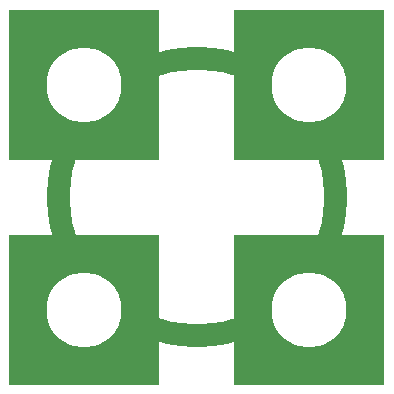
<source format=gbr>
%FSLAX34Y34*%
%MOIN*%
%ADD10R,0.5X0.5*%
%ADD11C,0.85*%
%ADD12C,1*%
%ADD13C,0.25*%
D12*
X0Y0D03*
%LPC*%
D11*
X0Y0D03*
%SRX2Y2I0.75J0.75*%
%LPD*%
D10*
X-3750Y-3750D03*
%LPC*%
D13*
X-3750Y-3750D03*
M02*

</source>
